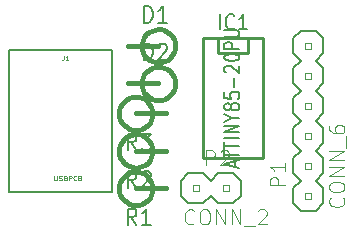
<source format=gto>
G04 (created by PCBNEW-RS274X (2012-apr-16-27)-stable) date Tue 13 Aug 2013 10:34:46 AM IST*
G01*
G70*
G90*
%MOIN*%
G04 Gerber Fmt 3.4, Leading zero omitted, Abs format*
%FSLAX34Y34*%
G04 APERTURE LIST*
%ADD10C,0.006000*%
%ADD11C,0.005000*%
%ADD12C,0.002600*%
%ADD13C,0.008000*%
%ADD14C,0.015000*%
%ADD15C,0.010000*%
%ADD16C,0.003500*%
G04 APERTURE END LIST*
G54D10*
G54D11*
X36532Y-38388D02*
X39956Y-38388D01*
X39956Y-38388D02*
X39956Y-43112D01*
X39956Y-43112D02*
X36532Y-43112D01*
X36532Y-43112D02*
X36532Y-38388D01*
G54D12*
X46600Y-38350D02*
X46600Y-38150D01*
X46600Y-38150D02*
X46400Y-38150D01*
X46400Y-38350D02*
X46400Y-38150D01*
X46600Y-38350D02*
X46400Y-38350D01*
X46600Y-39350D02*
X46600Y-39150D01*
X46600Y-39150D02*
X46400Y-39150D01*
X46400Y-39350D02*
X46400Y-39150D01*
X46600Y-39350D02*
X46400Y-39350D01*
X46600Y-40350D02*
X46600Y-40150D01*
X46600Y-40150D02*
X46400Y-40150D01*
X46400Y-40350D02*
X46400Y-40150D01*
X46600Y-40350D02*
X46400Y-40350D01*
X46600Y-41350D02*
X46600Y-41150D01*
X46600Y-41150D02*
X46400Y-41150D01*
X46400Y-41350D02*
X46400Y-41150D01*
X46600Y-41350D02*
X46400Y-41350D01*
X46600Y-42350D02*
X46600Y-42150D01*
X46600Y-42150D02*
X46400Y-42150D01*
X46400Y-42350D02*
X46400Y-42150D01*
X46600Y-42350D02*
X46400Y-42350D01*
X46600Y-43350D02*
X46600Y-43150D01*
X46600Y-43150D02*
X46400Y-43150D01*
X46400Y-43350D02*
X46400Y-43150D01*
X46600Y-43350D02*
X46400Y-43350D01*
G54D13*
X46250Y-38750D02*
X46000Y-38500D01*
X46000Y-38500D02*
X46000Y-38000D01*
X46000Y-38000D02*
X46250Y-37750D01*
X46750Y-37750D02*
X47000Y-38000D01*
X47000Y-38000D02*
X47000Y-38500D01*
X47000Y-38500D02*
X46750Y-38750D01*
X46000Y-40500D02*
X46000Y-40000D01*
X46000Y-40000D02*
X46250Y-39750D01*
X46750Y-39750D02*
X47000Y-40000D01*
X46250Y-39750D02*
X46000Y-39500D01*
X46000Y-39500D02*
X46000Y-39000D01*
X46000Y-39000D02*
X46250Y-38750D01*
X46750Y-38750D02*
X47000Y-39000D01*
X47000Y-39000D02*
X47000Y-39500D01*
X47000Y-39500D02*
X46750Y-39750D01*
X46250Y-41750D02*
X46000Y-41500D01*
X46000Y-41500D02*
X46000Y-41000D01*
X46000Y-41000D02*
X46250Y-40750D01*
X46750Y-40750D02*
X47000Y-41000D01*
X47000Y-41000D02*
X47000Y-41500D01*
X47000Y-41500D02*
X46750Y-41750D01*
X46000Y-40500D02*
X46250Y-40750D01*
X46750Y-40750D02*
X47000Y-40500D01*
X47000Y-40000D02*
X47000Y-40500D01*
X46000Y-43500D02*
X46000Y-43000D01*
X46000Y-43000D02*
X46250Y-42750D01*
X46750Y-42750D02*
X47000Y-43000D01*
X46250Y-42750D02*
X46000Y-42500D01*
X46000Y-42500D02*
X46000Y-42000D01*
X46000Y-42000D02*
X46250Y-41750D01*
X46750Y-41750D02*
X47000Y-42000D01*
X47000Y-42000D02*
X47000Y-42500D01*
X47000Y-42500D02*
X46750Y-42750D01*
X46250Y-43750D02*
X46750Y-43750D01*
X46000Y-43500D02*
X46250Y-43750D01*
X46750Y-43750D02*
X47000Y-43500D01*
X47000Y-43000D02*
X47000Y-43500D01*
X46250Y-37750D02*
X46750Y-37750D01*
G54D12*
X43650Y-43100D02*
X43850Y-43100D01*
X43850Y-43100D02*
X43850Y-42900D01*
X43650Y-42900D02*
X43850Y-42900D01*
X43650Y-43100D02*
X43650Y-42900D01*
X42650Y-43100D02*
X42850Y-43100D01*
X42850Y-43100D02*
X42850Y-42900D01*
X42650Y-42900D02*
X42850Y-42900D01*
X42650Y-43100D02*
X42650Y-42900D01*
G54D13*
X42500Y-42500D02*
X43000Y-42500D01*
X43000Y-42500D02*
X43250Y-42750D01*
X43250Y-43250D02*
X43000Y-43500D01*
X43250Y-42750D02*
X43500Y-42500D01*
X43500Y-42500D02*
X44000Y-42500D01*
X44000Y-42500D02*
X44250Y-42750D01*
X44250Y-43250D02*
X44000Y-43500D01*
X44000Y-43500D02*
X43500Y-43500D01*
X43500Y-43500D02*
X43250Y-43250D01*
X42250Y-42750D02*
X42250Y-43250D01*
X42500Y-42500D02*
X42250Y-42750D01*
X42250Y-43250D02*
X42500Y-43500D01*
X43000Y-43500D02*
X42500Y-43500D01*
X44250Y-42750D02*
X44250Y-43250D01*
G54D14*
X41500Y-38250D02*
X40500Y-38250D01*
X42059Y-38250D02*
X42048Y-38358D01*
X42016Y-38463D01*
X41965Y-38559D01*
X41896Y-38643D01*
X41812Y-38713D01*
X41716Y-38765D01*
X41612Y-38797D01*
X41503Y-38808D01*
X41396Y-38799D01*
X41291Y-38768D01*
X41194Y-38717D01*
X41109Y-38649D01*
X41039Y-38565D01*
X40987Y-38470D01*
X40954Y-38366D01*
X40942Y-38257D01*
X40951Y-38150D01*
X40981Y-38045D01*
X41031Y-37948D01*
X41098Y-37862D01*
X41181Y-37791D01*
X41277Y-37738D01*
X41380Y-37705D01*
X41489Y-37692D01*
X41597Y-37700D01*
X41702Y-37729D01*
X41799Y-37779D01*
X41885Y-37846D01*
X41956Y-37928D01*
X42010Y-38023D01*
X42045Y-38127D01*
X42058Y-38235D01*
X42059Y-38250D01*
X41500Y-39500D02*
X40500Y-39500D01*
X42059Y-39500D02*
X42048Y-39608D01*
X42016Y-39713D01*
X41965Y-39809D01*
X41896Y-39893D01*
X41812Y-39963D01*
X41716Y-40015D01*
X41612Y-40047D01*
X41503Y-40058D01*
X41396Y-40049D01*
X41291Y-40018D01*
X41194Y-39967D01*
X41109Y-39899D01*
X41039Y-39815D01*
X40987Y-39720D01*
X40954Y-39616D01*
X40942Y-39507D01*
X40951Y-39400D01*
X40981Y-39295D01*
X41031Y-39198D01*
X41098Y-39112D01*
X41181Y-39041D01*
X41277Y-38988D01*
X41380Y-38955D01*
X41489Y-38942D01*
X41597Y-38950D01*
X41702Y-38979D01*
X41799Y-39029D01*
X41885Y-39096D01*
X41956Y-39178D01*
X42010Y-39273D01*
X42045Y-39377D01*
X42058Y-39485D01*
X42059Y-39500D01*
X40750Y-43000D02*
X41750Y-43000D01*
X41309Y-43000D02*
X41298Y-43108D01*
X41266Y-43213D01*
X41215Y-43309D01*
X41146Y-43393D01*
X41062Y-43463D01*
X40966Y-43515D01*
X40862Y-43547D01*
X40753Y-43558D01*
X40646Y-43549D01*
X40541Y-43518D01*
X40444Y-43467D01*
X40359Y-43399D01*
X40289Y-43315D01*
X40237Y-43220D01*
X40204Y-43116D01*
X40192Y-43007D01*
X40201Y-42900D01*
X40231Y-42795D01*
X40281Y-42698D01*
X40348Y-42612D01*
X40431Y-42541D01*
X40527Y-42488D01*
X40630Y-42455D01*
X40739Y-42442D01*
X40847Y-42450D01*
X40952Y-42479D01*
X41049Y-42529D01*
X41135Y-42596D01*
X41206Y-42678D01*
X41260Y-42773D01*
X41295Y-42877D01*
X41308Y-42985D01*
X41309Y-43000D01*
X40750Y-41750D02*
X41750Y-41750D01*
X41309Y-41750D02*
X41298Y-41858D01*
X41266Y-41963D01*
X41215Y-42059D01*
X41146Y-42143D01*
X41062Y-42213D01*
X40966Y-42265D01*
X40862Y-42297D01*
X40753Y-42308D01*
X40646Y-42299D01*
X40541Y-42268D01*
X40444Y-42217D01*
X40359Y-42149D01*
X40289Y-42065D01*
X40237Y-41970D01*
X40204Y-41866D01*
X40192Y-41757D01*
X40201Y-41650D01*
X40231Y-41545D01*
X40281Y-41448D01*
X40348Y-41362D01*
X40431Y-41291D01*
X40527Y-41238D01*
X40630Y-41205D01*
X40739Y-41192D01*
X40847Y-41200D01*
X40952Y-41229D01*
X41049Y-41279D01*
X41135Y-41346D01*
X41206Y-41428D01*
X41260Y-41523D01*
X41295Y-41627D01*
X41308Y-41735D01*
X41309Y-41750D01*
X40750Y-40500D02*
X41750Y-40500D01*
X41309Y-40500D02*
X41298Y-40608D01*
X41266Y-40713D01*
X41215Y-40809D01*
X41146Y-40893D01*
X41062Y-40963D01*
X40966Y-41015D01*
X40862Y-41047D01*
X40753Y-41058D01*
X40646Y-41049D01*
X40541Y-41018D01*
X40444Y-40967D01*
X40359Y-40899D01*
X40289Y-40815D01*
X40237Y-40720D01*
X40204Y-40616D01*
X40192Y-40507D01*
X40201Y-40400D01*
X40231Y-40295D01*
X40281Y-40198D01*
X40348Y-40112D01*
X40431Y-40041D01*
X40527Y-39988D01*
X40630Y-39955D01*
X40739Y-39942D01*
X40847Y-39950D01*
X40952Y-39979D01*
X41049Y-40029D01*
X41135Y-40096D01*
X41206Y-40178D01*
X41260Y-40273D01*
X41295Y-40377D01*
X41308Y-40485D01*
X41309Y-40500D01*
G54D15*
X44500Y-38000D02*
X44500Y-38500D01*
X44500Y-38500D02*
X43500Y-38500D01*
X43500Y-38500D02*
X43500Y-38000D01*
X45000Y-38000D02*
X45000Y-42000D01*
X45000Y-42000D02*
X43000Y-42000D01*
X43000Y-42000D02*
X43000Y-38000D01*
X43000Y-38000D02*
X45000Y-38000D01*
G54D16*
X38347Y-38575D02*
X38347Y-38689D01*
X38339Y-38712D01*
X38324Y-38727D01*
X38301Y-38735D01*
X38286Y-38735D01*
X38507Y-38735D02*
X38415Y-38735D01*
X38461Y-38735D02*
X38461Y-38575D01*
X38446Y-38598D01*
X38431Y-38613D01*
X38415Y-38620D01*
X38038Y-42575D02*
X38038Y-42704D01*
X38046Y-42720D01*
X38053Y-42727D01*
X38069Y-42735D01*
X38099Y-42735D01*
X38114Y-42727D01*
X38122Y-42720D01*
X38130Y-42704D01*
X38130Y-42575D01*
X38198Y-42727D02*
X38221Y-42735D01*
X38259Y-42735D01*
X38275Y-42727D01*
X38282Y-42720D01*
X38290Y-42704D01*
X38290Y-42689D01*
X38282Y-42674D01*
X38275Y-42666D01*
X38259Y-42659D01*
X38229Y-42651D01*
X38214Y-42643D01*
X38206Y-42636D01*
X38198Y-42620D01*
X38198Y-42605D01*
X38206Y-42590D01*
X38214Y-42582D01*
X38229Y-42575D01*
X38267Y-42575D01*
X38290Y-42582D01*
X38411Y-42651D02*
X38434Y-42659D01*
X38442Y-42666D01*
X38450Y-42681D01*
X38450Y-42704D01*
X38442Y-42720D01*
X38434Y-42727D01*
X38419Y-42735D01*
X38358Y-42735D01*
X38358Y-42575D01*
X38411Y-42575D01*
X38427Y-42582D01*
X38434Y-42590D01*
X38442Y-42605D01*
X38442Y-42620D01*
X38434Y-42636D01*
X38427Y-42643D01*
X38411Y-42651D01*
X38358Y-42651D01*
X38518Y-42735D02*
X38518Y-42575D01*
X38579Y-42575D01*
X38594Y-42582D01*
X38602Y-42590D01*
X38610Y-42605D01*
X38610Y-42628D01*
X38602Y-42643D01*
X38594Y-42651D01*
X38579Y-42659D01*
X38518Y-42659D01*
X38770Y-42720D02*
X38762Y-42727D01*
X38739Y-42735D01*
X38724Y-42735D01*
X38701Y-42727D01*
X38686Y-42712D01*
X38678Y-42697D01*
X38670Y-42666D01*
X38670Y-42643D01*
X38678Y-42613D01*
X38686Y-42598D01*
X38701Y-42582D01*
X38724Y-42575D01*
X38739Y-42575D01*
X38762Y-42582D01*
X38770Y-42590D01*
X38891Y-42651D02*
X38914Y-42659D01*
X38922Y-42666D01*
X38930Y-42681D01*
X38930Y-42704D01*
X38922Y-42720D01*
X38914Y-42727D01*
X38899Y-42735D01*
X38838Y-42735D01*
X38838Y-42575D01*
X38891Y-42575D01*
X38907Y-42582D01*
X38914Y-42590D01*
X38922Y-42605D01*
X38922Y-42620D01*
X38914Y-42636D01*
X38907Y-42643D01*
X38891Y-42651D01*
X38838Y-42651D01*
X45732Y-42899D02*
X45232Y-42899D01*
X45232Y-42708D01*
X45256Y-42661D01*
X45280Y-42637D01*
X45328Y-42613D01*
X45399Y-42613D01*
X45447Y-42637D01*
X45470Y-42661D01*
X45494Y-42708D01*
X45494Y-42899D01*
X45732Y-42137D02*
X45732Y-42423D01*
X45732Y-42280D02*
X45232Y-42280D01*
X45304Y-42328D01*
X45351Y-42375D01*
X45375Y-42423D01*
X47655Y-43309D02*
X47679Y-43333D01*
X47702Y-43404D01*
X47702Y-43452D01*
X47679Y-43524D01*
X47631Y-43571D01*
X47583Y-43595D01*
X47488Y-43619D01*
X47417Y-43619D01*
X47321Y-43595D01*
X47274Y-43571D01*
X47226Y-43524D01*
X47202Y-43452D01*
X47202Y-43404D01*
X47226Y-43333D01*
X47250Y-43309D01*
X47202Y-43000D02*
X47202Y-42904D01*
X47226Y-42857D01*
X47274Y-42809D01*
X47369Y-42785D01*
X47536Y-42785D01*
X47631Y-42809D01*
X47679Y-42857D01*
X47702Y-42904D01*
X47702Y-43000D01*
X47679Y-43047D01*
X47631Y-43095D01*
X47536Y-43119D01*
X47369Y-43119D01*
X47274Y-43095D01*
X47226Y-43047D01*
X47202Y-43000D01*
X47702Y-42571D02*
X47202Y-42571D01*
X47702Y-42285D01*
X47202Y-42285D01*
X47702Y-42047D02*
X47202Y-42047D01*
X47702Y-41761D01*
X47202Y-41761D01*
X47750Y-41642D02*
X47750Y-41261D01*
X47202Y-40928D02*
X47202Y-41023D01*
X47226Y-41071D01*
X47250Y-41094D01*
X47321Y-41142D01*
X47417Y-41166D01*
X47607Y-41166D01*
X47655Y-41142D01*
X47679Y-41118D01*
X47702Y-41071D01*
X47702Y-40975D01*
X47679Y-40928D01*
X47655Y-40904D01*
X47607Y-40880D01*
X47488Y-40880D01*
X47440Y-40904D01*
X47417Y-40928D01*
X47393Y-40975D01*
X47393Y-41071D01*
X47417Y-41118D01*
X47440Y-41142D01*
X47488Y-41166D01*
X43101Y-42232D02*
X43101Y-41732D01*
X43292Y-41732D01*
X43339Y-41756D01*
X43363Y-41780D01*
X43387Y-41828D01*
X43387Y-41899D01*
X43363Y-41947D01*
X43339Y-41970D01*
X43292Y-41994D01*
X43101Y-41994D01*
X43577Y-41780D02*
X43601Y-41756D01*
X43649Y-41732D01*
X43768Y-41732D01*
X43815Y-41756D01*
X43839Y-41780D01*
X43863Y-41828D01*
X43863Y-41875D01*
X43839Y-41947D01*
X43553Y-42232D01*
X43863Y-42232D01*
X42691Y-44155D02*
X42667Y-44179D01*
X42596Y-44202D01*
X42548Y-44202D01*
X42476Y-44179D01*
X42429Y-44131D01*
X42405Y-44083D01*
X42381Y-43988D01*
X42381Y-43917D01*
X42405Y-43821D01*
X42429Y-43774D01*
X42476Y-43726D01*
X42548Y-43702D01*
X42596Y-43702D01*
X42667Y-43726D01*
X42691Y-43750D01*
X43000Y-43702D02*
X43096Y-43702D01*
X43143Y-43726D01*
X43191Y-43774D01*
X43215Y-43869D01*
X43215Y-44036D01*
X43191Y-44131D01*
X43143Y-44179D01*
X43096Y-44202D01*
X43000Y-44202D01*
X42953Y-44179D01*
X42905Y-44131D01*
X42881Y-44036D01*
X42881Y-43869D01*
X42905Y-43774D01*
X42953Y-43726D01*
X43000Y-43702D01*
X43429Y-44202D02*
X43429Y-43702D01*
X43715Y-44202D01*
X43715Y-43702D01*
X43953Y-44202D02*
X43953Y-43702D01*
X44239Y-44202D01*
X44239Y-43702D01*
X44358Y-44250D02*
X44739Y-44250D01*
X44834Y-43750D02*
X44858Y-43726D01*
X44906Y-43702D01*
X45025Y-43702D01*
X45072Y-43726D01*
X45096Y-43750D01*
X45120Y-43798D01*
X45120Y-43845D01*
X45096Y-43917D01*
X44810Y-44202D01*
X45120Y-44202D01*
G54D13*
X41031Y-37473D02*
X41031Y-36923D01*
X41150Y-36923D01*
X41222Y-36949D01*
X41269Y-37001D01*
X41293Y-37054D01*
X41317Y-37158D01*
X41317Y-37237D01*
X41293Y-37342D01*
X41269Y-37394D01*
X41222Y-37446D01*
X41150Y-37473D01*
X41031Y-37473D01*
X41793Y-37473D02*
X41507Y-37473D01*
X41650Y-37473D02*
X41650Y-36923D01*
X41602Y-37001D01*
X41555Y-37054D01*
X41507Y-37080D01*
X41031Y-38723D02*
X41031Y-38173D01*
X41150Y-38173D01*
X41222Y-38199D01*
X41269Y-38251D01*
X41293Y-38304D01*
X41317Y-38408D01*
X41317Y-38487D01*
X41293Y-38592D01*
X41269Y-38644D01*
X41222Y-38696D01*
X41150Y-38723D01*
X41031Y-38723D01*
X41507Y-38225D02*
X41531Y-38199D01*
X41579Y-38173D01*
X41698Y-38173D01*
X41745Y-38199D01*
X41769Y-38225D01*
X41793Y-38277D01*
X41793Y-38330D01*
X41769Y-38408D01*
X41483Y-38723D01*
X41793Y-38723D01*
X40767Y-44223D02*
X40600Y-43961D01*
X40481Y-44223D02*
X40481Y-43673D01*
X40672Y-43673D01*
X40719Y-43699D01*
X40743Y-43725D01*
X40767Y-43777D01*
X40767Y-43856D01*
X40743Y-43908D01*
X40719Y-43935D01*
X40672Y-43961D01*
X40481Y-43961D01*
X41243Y-44223D02*
X40957Y-44223D01*
X41100Y-44223D02*
X41100Y-43673D01*
X41052Y-43751D01*
X41005Y-43804D01*
X40957Y-43830D01*
X40767Y-42973D02*
X40600Y-42711D01*
X40481Y-42973D02*
X40481Y-42423D01*
X40672Y-42423D01*
X40719Y-42449D01*
X40743Y-42475D01*
X40767Y-42527D01*
X40767Y-42606D01*
X40743Y-42658D01*
X40719Y-42685D01*
X40672Y-42711D01*
X40481Y-42711D01*
X40957Y-42475D02*
X40981Y-42449D01*
X41029Y-42423D01*
X41148Y-42423D01*
X41195Y-42449D01*
X41219Y-42475D01*
X41243Y-42527D01*
X41243Y-42580D01*
X41219Y-42658D01*
X40933Y-42973D01*
X41243Y-42973D01*
X40767Y-41723D02*
X40600Y-41461D01*
X40481Y-41723D02*
X40481Y-41173D01*
X40672Y-41173D01*
X40719Y-41199D01*
X40743Y-41225D01*
X40767Y-41277D01*
X40767Y-41356D01*
X40743Y-41408D01*
X40719Y-41435D01*
X40672Y-41461D01*
X40481Y-41461D01*
X40933Y-41173D02*
X41243Y-41173D01*
X41076Y-41382D01*
X41148Y-41382D01*
X41195Y-41408D01*
X41219Y-41435D01*
X41243Y-41487D01*
X41243Y-41618D01*
X41219Y-41670D01*
X41195Y-41696D01*
X41148Y-41723D01*
X41005Y-41723D01*
X40957Y-41696D01*
X40933Y-41670D01*
X43561Y-37702D02*
X43561Y-37202D01*
X44032Y-37655D02*
X44011Y-37679D01*
X43947Y-37702D01*
X43904Y-37702D01*
X43839Y-37679D01*
X43797Y-37631D01*
X43775Y-37583D01*
X43754Y-37488D01*
X43754Y-37417D01*
X43775Y-37321D01*
X43797Y-37274D01*
X43839Y-37226D01*
X43904Y-37202D01*
X43947Y-37202D01*
X44011Y-37226D01*
X44032Y-37250D01*
X44461Y-37702D02*
X44204Y-37702D01*
X44332Y-37702D02*
X44332Y-37202D01*
X44289Y-37274D01*
X44247Y-37321D01*
X44204Y-37345D01*
X44060Y-42295D02*
X44060Y-42104D01*
X44202Y-42333D02*
X43702Y-42200D01*
X44202Y-42066D01*
X43702Y-41990D02*
X43702Y-41761D01*
X44202Y-41876D02*
X43702Y-41876D01*
X43702Y-41685D02*
X43702Y-41456D01*
X44202Y-41571D02*
X43702Y-41571D01*
X44202Y-41323D02*
X43702Y-41323D01*
X44202Y-41133D02*
X43702Y-41133D01*
X44202Y-40904D01*
X43702Y-40904D01*
X43964Y-40638D02*
X44202Y-40638D01*
X43702Y-40771D02*
X43964Y-40638D01*
X43702Y-40504D01*
X43917Y-40314D02*
X43893Y-40352D01*
X43869Y-40371D01*
X43821Y-40390D01*
X43798Y-40390D01*
X43750Y-40371D01*
X43726Y-40352D01*
X43702Y-40314D01*
X43702Y-40237D01*
X43726Y-40199D01*
X43750Y-40180D01*
X43798Y-40161D01*
X43821Y-40161D01*
X43869Y-40180D01*
X43893Y-40199D01*
X43917Y-40237D01*
X43917Y-40314D01*
X43940Y-40352D01*
X43964Y-40371D01*
X44012Y-40390D01*
X44107Y-40390D01*
X44155Y-40371D01*
X44179Y-40352D01*
X44202Y-40314D01*
X44202Y-40237D01*
X44179Y-40199D01*
X44155Y-40180D01*
X44107Y-40161D01*
X44012Y-40161D01*
X43964Y-40180D01*
X43940Y-40199D01*
X43917Y-40237D01*
X43702Y-39799D02*
X43702Y-39990D01*
X43940Y-40009D01*
X43917Y-39990D01*
X43893Y-39952D01*
X43893Y-39856D01*
X43917Y-39818D01*
X43940Y-39799D01*
X43988Y-39780D01*
X44107Y-39780D01*
X44155Y-39799D01*
X44179Y-39818D01*
X44202Y-39856D01*
X44202Y-39952D01*
X44179Y-39990D01*
X44155Y-40009D01*
X44012Y-39609D02*
X44012Y-39304D01*
X43750Y-39133D02*
X43726Y-39114D01*
X43702Y-39076D01*
X43702Y-38980D01*
X43726Y-38942D01*
X43750Y-38923D01*
X43798Y-38904D01*
X43845Y-38904D01*
X43917Y-38923D01*
X44202Y-39152D01*
X44202Y-38904D01*
X43702Y-38657D02*
X43702Y-38618D01*
X43726Y-38580D01*
X43750Y-38561D01*
X43798Y-38542D01*
X43893Y-38523D01*
X44012Y-38523D01*
X44107Y-38542D01*
X44155Y-38561D01*
X44179Y-38580D01*
X44202Y-38618D01*
X44202Y-38657D01*
X44179Y-38695D01*
X44155Y-38714D01*
X44107Y-38733D01*
X44012Y-38752D01*
X43893Y-38752D01*
X43798Y-38733D01*
X43750Y-38714D01*
X43726Y-38695D01*
X43702Y-38657D01*
X44202Y-38352D02*
X43702Y-38352D01*
X43702Y-38199D01*
X43726Y-38161D01*
X43750Y-38142D01*
X43798Y-38123D01*
X43869Y-38123D01*
X43917Y-38142D01*
X43940Y-38161D01*
X43964Y-38199D01*
X43964Y-38352D01*
X43702Y-37952D02*
X44107Y-37952D01*
X44155Y-37933D01*
X44179Y-37914D01*
X44202Y-37876D01*
X44202Y-37799D01*
X44179Y-37761D01*
X44155Y-37742D01*
X44107Y-37723D01*
X43702Y-37723D01*
M02*

</source>
